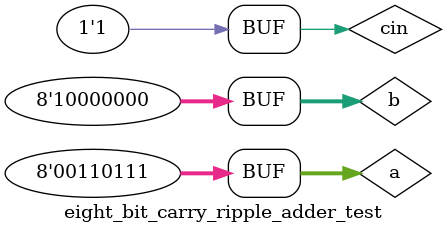
<source format=v>
`timescale 1ns / 1ps


module eight_bit_carry_ripple_adder_test;

	// Inputs
	reg [7:0] a;
	reg [7:0] b;
	reg cin;

	// Outputs
	wire [7:0] sum;
	wire cout;

	// Instantiate the Unit Under Test (UUT)
	eight_bit_carry_ripple_adder uut (
		.a(a), 
		.b(b), 
		.cin(cin), 
		.sum(sum), 
		.cout(cout)
	);

	initial begin
		// Initialize Inputs
		a = 0;
		b = 0;
		cin = 0;

		// Wait 100 ns for global reset to finish
		#100;
        
		// Add stimulus here
		a = 8'b11100101;				//	a = 11100101	||	229
		b = 8'b00010101;				//	b = 00010101	||	21
		cin = 0;
		#100;							//	a+b = 011111010		||	250
		
		a = 8'b11010101;				//	a = 11010101	||	213
		b = 8'b00000010;				//	b = 00000010	||	2
		cin = 1;
		#100;							//	a+b = 011011000	||	216
		
		a = 8'b11000000;				//	a = 11000000	||	192
		b = 8'b00111111;				//	b = 00111111	||	63
		cin = 0;
		#100;							//	a+b =	011111111		||	255
		
		a = 8'b00110111;				//	a = 00110111	||	55
		b = 8'b10000000;				//	b = 10000000	||	128
		cin = 1;
		#100;							//	a+b = 010111000		||	184
	end
      
endmodule


</source>
